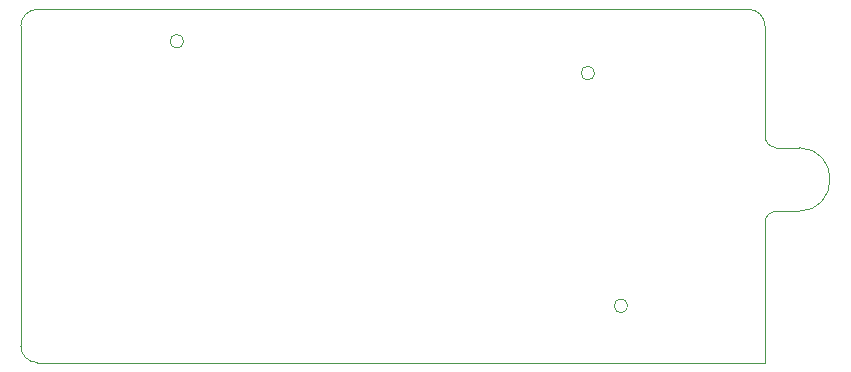
<source format=gbr>
%TF.GenerationSoftware,KiCad,Pcbnew,(6.0.1)*%
%TF.CreationDate,2022-10-14T11:39:46-05:00*%
%TF.ProjectId,PCBFiles_Node,50434246-696c-4657-935f-4e6f64652e6b,rev?*%
%TF.SameCoordinates,Original*%
%TF.FileFunction,Profile,NP*%
%FSLAX46Y46*%
G04 Gerber Fmt 4.6, Leading zero omitted, Abs format (unit mm)*
G04 Created by KiCad (PCBNEW (6.0.1)) date 2022-10-14 11:39:46*
%MOMM*%
%LPD*%
G01*
G04 APERTURE LIST*
%TA.AperFunction,Profile*%
%ADD10C,0.100000*%
%TD*%
G04 APERTURE END LIST*
D10*
X95176000Y-109000000D02*
G75*
G03*
X95176000Y-109000000I-576000J0D01*
G01*
X92376000Y-89300000D02*
G75*
G03*
X92376000Y-89300000I-576000J0D01*
G01*
X57576000Y-86600000D02*
G75*
G03*
X57576000Y-86600000I-576000J0D01*
G01*
X45200000Y-83900000D02*
X105403320Y-83896680D01*
X45200000Y-83900000D02*
G75*
G03*
X43800000Y-85300000I3320J-1403320D01*
G01*
X106803320Y-85296680D02*
X106800000Y-94622183D01*
X106800000Y-94622183D02*
G75*
G03*
X107700000Y-95600000I981182J1D01*
G01*
X106803320Y-85296680D02*
G75*
G03*
X105403320Y-83896680I-1403320J-3320D01*
G01*
X107777817Y-101000000D02*
G75*
G03*
X106800000Y-101900000I1J-981182D01*
G01*
X43796680Y-112403320D02*
G75*
G03*
X45196680Y-113803320I1403320J3320D01*
G01*
X43800000Y-85300000D02*
X43796680Y-112403320D01*
X45196680Y-113803320D02*
X106800000Y-113800000D01*
X107700000Y-95600000D02*
X109700000Y-95600000D01*
X106800000Y-101900000D02*
X106800000Y-113800000D01*
X109600000Y-101007397D02*
G75*
G03*
X109700000Y-95600000I-1J2704623D01*
G01*
X107777817Y-101000000D02*
X109600000Y-101007397D01*
M02*

</source>
